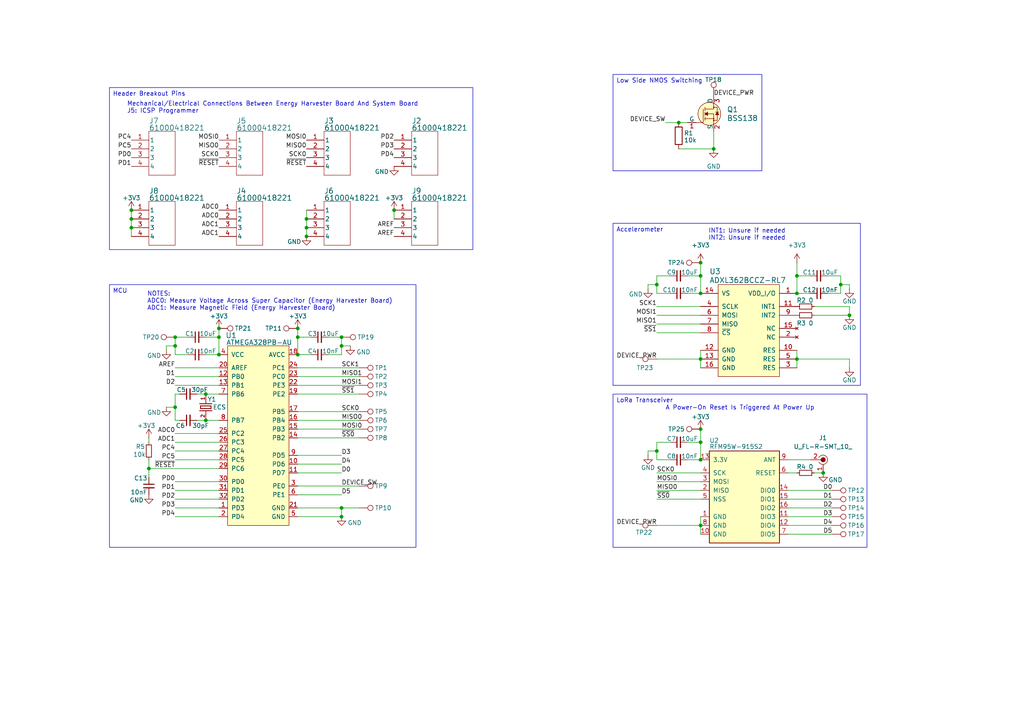
<source format=kicad_sch>
(kicad_sch (version 20231120) (generator "eeschema") (generator_version "8.0")
  (paper "A4")
  (title_block (title "Processing Board") (date "2025-03-04") (rev "V1.0") (comment 1 "Nathan Nguyen"))
  (lib_symbols
    (symbol "61000418221:61000418221" (pin_names (offset 0.254))
      (property "Reference" "J9" (at 5.08 5.588 0))
      (property "Value" "61000418221" (at 5.08 3.556 0))
      (symbol "61000418221_1_1"
        (pin power_in line (at 0 0 0) (length 5.08) (name "1") (number "1"))
        (pin power_in line (at 0 -2.54 0) (length 5.08) (name "2") (number "2"))
        (pin bidirectional line (at 0 -5.08 0) (length 5.08) (name "3") (number "3"))
        (pin bidirectional line (at 0 -7.62 0) (length 5.08) (name "4") (number "4"))
      )
      (symbol "61000418221_1_2"
        (pin unspecified line (at 0 0 0) (length 5.08) (name "1") (number "1"))
        (pin unspecified line (at 0 -2.54 0) (length 5.08) (name "2") (number "2"))
        (pin unspecified line (at 0 -5.08 0) (length 5.08) (name "3") (number "3"))
        (pin unspecified line (at 0 -7.62 0) (length 5.08) (name "4") (number "4"))
      )
    )
    (symbol "61000418221_1" (pin_names (offset 0.254))
      (property "Reference" "J6" (at 5.08 5.588 0))
      (property "Value" "61000418221" (at 5.08 3.556 0))
      (symbol "61000418221_1_1_1"
        (pin power_in line (at 0 0 0) (length 5.08) (name "1") (number "1"))
        (pin power_in line (at 0 -2.54 0) (length 5.08) (name "2") (number "2"))
        (pin power_in line (at 0 -5.08 0) (length 5.08) (name "3") (number "3"))
        (pin power_in line (at 0 -7.62 0) (length 5.08) (name "4") (number "4"))
      )
      (symbol "61000418221_1_1_2"
        (pin unspecified line (at 0 0 0) (length 5.08) (name "1") (number "1"))
        (pin unspecified line (at 0 -2.54 0) (length 5.08) (name "2") (number "2"))
        (pin unspecified line (at 0 -5.08 0) (length 5.08) (name "3") (number "3"))
        (pin unspecified line (at 0 -7.62 0) (length 5.08) (name "4") (number "4"))
      )
    )
    (symbol "61000418221_2" (pin_names (offset 0.254))
      (property "Reference" "J7" (at 5.08 5.588 0))
      (property "Value" "61000418221" (at 5.08 3.556 0))
      (symbol "61000418221_2_1_1"
        (pin bidirectional line (at 0 0 0) (length 5.08) (name "1") (number "1"))
        (pin bidirectional line (at 0 -2.54 0) (length 5.08) (name "2") (number "2"))
        (pin bidirectional line (at 0 -5.08 0) (length 5.08) (name "3") (number "3"))
        (pin bidirectional line (at 0 -7.62 0) (length 5.08) (name "4") (number "4"))
      )
      (symbol "61000418221_2_1_2"
        (pin unspecified line (at 0 0 0) (length 5.08) (name "1") (number "1"))
        (pin unspecified line (at 0 -2.54 0) (length 5.08) (name "2") (number "2"))
        (pin unspecified line (at 0 -5.08 0) (length 5.08) (name "3") (number "3"))
        (pin unspecified line (at 0 -7.62 0) (length 5.08) (name "4") (number "4"))
      )
    )
    (symbol "61000418221_3" (pin_names (offset 0.254))
      (property "Reference" "J8" (at 5.08 5.588 0))
      (property "Value" "61000418221" (at 5.08 3.556 0))
      (symbol "61000418221_3_1_1"
        (pin power_in line (at 0 0 0) (length 5.08) (name "1") (number "1"))
        (pin power_in line (at 0 -2.54 0) (length 5.08) (name "2") (number "2"))
        (pin power_in line (at 0 -5.08 0) (length 5.08) (name "3") (number "3"))
        (pin power_in line (at 0 -7.62 0) (length 5.08) (name "4") (number "4"))
      )
      (symbol "61000418221_3_1_2"
        (pin unspecified line (at 0 0 0) (length 5.08) (name "1") (number "1"))
        (pin unspecified line (at 0 -2.54 0) (length 5.08) (name "2") (number "2"))
        (pin unspecified line (at 0 -5.08 0) (length 5.08) (name "3") (number "3"))
        (pin unspecified line (at 0 -7.62 0) (length 5.08) (name "4") (number "4"))
      )
    )
    (symbol "61000418221_4" (pin_names (offset 0.254))
      (property "Reference" "J5" (at 5.08 5.588 0))
      (property "Value" "61000418221" (at 5.08 3.556 0))
      (symbol "61000418221_4_1_1"
        (pin bidirectional line (at 0 0 0) (length 5.08) (name "1") (number "1"))
        (pin bidirectional line (at 0 -2.54 0) (length 5.08) (name "2") (number "2"))
        (pin bidirectional line (at 0 -5.08 0) (length 5.08) (name "3") (number "3"))
        (pin bidirectional line (at 0 -7.62 0) (length 5.08) (name "4") (number "4"))
      )
      (symbol "61000418221_4_1_2"
        (pin unspecified line (at 0 0 0) (length 5.08) (name "1") (number "1"))
        (pin unspecified line (at 0 -2.54 0) (length 5.08) (name "2") (number "2"))
        (pin unspecified line (at 0 -5.08 0) (length 5.08) (name "3") (number "3"))
        (pin unspecified line (at 0 -7.62 0) (length 5.08) (name "4") (number "4"))
      )
    )
    (symbol "61000418221_5" (pin_names (offset 0.254))
      (property "Reference" "J4" (at 5.08 5.588 0))
      (property "Value" "61000418221" (at 5.08 3.556 0))
      (symbol "61000418221_5_1_1"
        (pin bidirectional line (at 0 0 0) (length 5.08) (name "1") (number "1"))
        (pin bidirectional line (at 0 -2.54 0) (length 5.08) (name "2") (number "2"))
        (pin bidirectional line (at 0 -5.08 0) (length 5.08) (name "3") (number "3"))
        (pin bidirectional line (at 0 -7.62 0) (length 5.08) (name "4") (number "4"))
      )
      (symbol "61000418221_5_1_2"
        (pin unspecified line (at 0 0 0) (length 5.08) (name "1") (number "1"))
        (pin unspecified line (at 0 -2.54 0) (length 5.08) (name "2") (number "2"))
        (pin unspecified line (at 0 -5.08 0) (length 5.08) (name "3") (number "3"))
        (pin unspecified line (at 0 -7.62 0) (length 5.08) (name "4") (number "4"))
      )
    )
    (symbol "61000418221_6" (pin_names (offset 0.254))
      (property "Reference" "J2" (at 5.08 5.588 0))
      (property "Value" "61000418221" (at 5.08 3.556 0))
      (symbol "61000418221_6_1_1"
        (pin bidirectional line (at 0 0 0) (length 5.08) (name "1") (number "1"))
        (pin bidirectional line (at 0 -2.54 0) (length 5.08) (name "2") (number "2"))
        (pin bidirectional line (at 0 -5.08 0) (length 5.08) (name "3") (number "3"))
        (pin power_in line (at 0 -7.62 0) (length 5.08) (name "4") (number "4"))
      )
      (symbol "61000418221_6_1_2"
        (pin unspecified line (at 0 0 0) (length 5.08) (name "1") (number "1"))
        (pin unspecified line (at 0 -2.54 0) (length 5.08) (name "2") (number "2"))
        (pin unspecified line (at 0 -5.08 0) (length 5.08) (name "3") (number "3"))
        (pin unspecified line (at 0 -7.62 0) (length 5.08) (name "4") (number "4"))
      )
    )
    (symbol "Connector:TestPoint" (pin_numbers hide) (pin_names (offset 0.762) hide)
      (property "Reference" "TP" (at 0 6.858 0))
      (property "Value" "TestPoint" (at 0 5.08 0))
      (symbol "TestPoint_1_1"
        (pin passive line (at 0 0 90) (length 2.54) (name "1") (number "1"))
      )
    )
    (symbol "Device:C_Small" (pin_numbers hide) (pin_names (offset 0.254) hide)
      (property "Reference" "C" (at 0.254 1.778 0))
      (property "Value" "C_Small" (at 0.254 -2.032 0))
      (symbol "C_Small_1_1"
        (pin passive line (at 0 2.54 270) (length 2.032) (name "~") (number "1"))
        (pin passive line (at 0 -2.54 90) (length 2.032) (name "~") (number "2"))
      )
    )
    (symbol "Device:R" (pin_numbers hide) (pin_names (offset 0))
      (property "Reference" "R" (at 2.032 0 90))
      (property "Value" "R" (at 0 0 90))
      (symbol "R_1_1"
        (pin passive line (at 0 3.81 270) (length 1.27) (name "~") (number "1"))
        (pin passive line (at 0 -3.81 90) (length 1.27) (name "~") (number "2"))
      )
    )
    (symbol "Device:R_Small" (pin_numbers hide) (pin_names (offset 0.254) hide)
      (property "Reference" "R" (at 0.762 0.508 0))
      (property "Value" "R_Small" (at 0.762 -1.016 0))
      (symbol "R_Small_1_1"
        (pin passive line (at 0 2.54 270) (length 0.762) (name "~") (number "1"))
        (pin passive line (at 0 -2.54 90) (length 0.762) (name "~") (number "2"))
      )
    )
    (symbol "ECS-160-S-4:ECS-160-S-4" (pin_names (offset 1.016))
      (property "Reference" "Y1" (at -2.286 -5.588 90))
      (property "Value" "ECS" (at 0 -5.842 90))
      (symbol "ECS-160-S-4_0_0"
        (pin passive line (at -3.81 0 0) (length 2.54) (name "~") (number "1"))
        (pin passive line (at 3.81 0 180) (length 2.54) (name "~") (number "2"))
      )
    )
    (symbol "RF_Module:RFM95W-915S2" (pin_names (offset 1.016))
      (property "Reference" "U2" (at -12.7 15.748 0))
      (property "Value" "RFM95W-915S2" (at -12.7 13.97 0))
      (symbol "RFM95W-915S2_1_1"
        (pin power_in line (at -15.24 -6.35 0) (length 2.54) (name "GND") (number "1"))
        (pin power_in line (at -15.24 -11.43 0) (length 2.54) (name "GND") (number "10"))
        (pin bidirectional line (at 10.16 -6.35 180) (length 2.54) (name "DIO3") (number "11"))
        (pin bidirectional line (at 10.16 -8.89 180) (length 2.54) (name "DIO4") (number "12"))
        (pin power_in line (at -15.24 10.16 0) (length 2.54) (name "3.3V") (number "13"))
        (pin bidirectional line (at 10.16 1.27 180) (length 2.54) (name "DIO0") (number "14"))
        (pin bidirectional line (at 10.16 -1.27 180) (length 2.54) (name "DIO1") (number "15"))
        (pin bidirectional line (at 10.16 -3.81 180) (length 2.54) (name "DIO2") (number "16"))
        (pin output line (at -15.24 1.27 0) (length 2.54) (name "MISO") (number "2"))
        (pin input line (at -15.24 3.81 0) (length 2.54) (name "MOSI") (number "3"))
        (pin input line (at -15.24 6.35 0) (length 2.54) (name "SCK") (number "4"))
        (pin input line (at -15.24 -1.27 0) (length 2.54) (name "NSS") (number "5"))
        (pin bidirectional line (at 10.16 6.35 180) (length 2.54) (name "RESET") (number "6"))
        (pin bidirectional line (at 10.16 -11.43 180) (length 2.54) (name "DIO5") (number "7"))
        (pin power_in line (at -15.24 -8.89 0) (length 2.54) (name "GND") (number "8"))
        (pin bidirectional line (at 10.16 10.16 180) (length 2.54) (name "ANT") (number "9"))
      )
    )
    (symbol "dk_Coaxial-Connectors-RF:U_FL-R-SMT_10_" (pin_names (offset 1.016))
      (property "Reference" "J1" (at 0.0634 6.35 0))
      (property "Value" "U_FL-R-SMT_10_" (at 0.0634 3.81 0))
      (symbol "U_FL-R-SMT_10__1_1"
        (pin passive line (at 0 -3.81 90) (length 2.413) (name "~") (number "1"))
        (pin passive line (at 3.81 0 180) (length 3.175) (name "~") (number "2"))
      )
    )
    (symbol "dk_Embedded-Microcontrollers:ATMEGA328PB-AU" (pin_names (offset 1.016))
      (property "Reference" "U1" (at -9.144 18.288 0))
      (property "Value" "ATMEGA328PB-AU" (at -1.016 16.256 0))
      (symbol "ATMEGA328PB-AU_1_1"
        (pin bidirectional line (at -12.7 -31.75 0) (length 2.54) (name "PD3") (number "1"))
        (pin bidirectional line (at 10.16 -19.05 180) (length 2.54) (name "PD6") (number "10"))
        (pin bidirectional line (at 10.16 -21.59 180) (length 2.54) (name "PD7") (number "11"))
        (pin bidirectional line (at -12.7 6.35 0) (length 2.54) (name "PB0") (number "12"))
        (pin bidirectional line (at -12.7 3.81 0) (length 2.54) (name "PB1") (number "13"))
        (pin bidirectional line (at 10.16 -11.43 180) (length 2.54) (name "PB2") (number "14"))
        (pin bidirectional line (at 10.16 -8.89 180) (length 2.54) (name "PB3") (number "15"))
        (pin bidirectional line (at 10.16 -6.35 180) (length 2.54) (name "PB4") (number "16"))
        (pin bidirectional line (at 10.16 -3.81 180) (length 2.54) (name "PB5") (number "17"))
        (pin power_in line (at 10.16 12.7 180) (length 2.54) (name "AVCC") (number "18"))
        (pin bidirectional line (at 10.16 1.27 180) (length 2.54) (name "PE2") (number "19"))
        (pin bidirectional line (at -12.7 -34.29 0) (length 2.54) (name "PD4") (number "2"))
        (pin input line (at -12.7 8.89 0) (length 2.54) (name "AREF") (number "20"))
        (pin power_in line (at 10.16 -31.75 180) (length 2.54) (name "GND") (number "21"))
        (pin bidirectional line (at 10.16 3.81 180) (length 2.54) (name "PE3") (number "22"))
        (pin bidirectional line (at 10.16 6.35 180) (length 2.54) (name "PC0") (number "23"))
        (pin bidirectional line (at 10.16 8.89 180) (length 2.54) (name "PC1") (number "24"))
        (pin bidirectional line (at -12.7 -10.16 0) (length 2.54) (name "PC2") (number "25"))
        (pin bidirectional line (at -12.7 -12.7 0) (length 2.54) (name "PC3") (number "26"))
        (pin bidirectional line (at -12.7 -15.24 0) (length 2.54) (name "PC4") (number "27"))
        (pin bidirectional line (at -12.7 -17.78 0) (length 2.54) (name "PC5") (number "28"))
        (pin bidirectional line (at -12.7 -20.32 0) (length 2.54) (name "PC6") (number "29"))
        (pin bidirectional line (at 10.16 -25.4 180) (length 2.54) (name "PE0") (number "3"))
        (pin bidirectional line (at -12.7 -24.13 0) (length 2.54) (name "PD0") (number "30"))
        (pin bidirectional line (at -12.7 -26.67 0) (length 2.54) (name "PD1") (number "31"))
        (pin bidirectional line (at -12.7 -29.21 0) (length 2.54) (name "PD2") (number "32"))
        (pin power_in line (at -12.7 12.7 0) (length 2.54) (name "VCC") (number "4"))
        (pin power_in line (at 10.16 -34.29 180) (length 2.54) (name "GND") (number "5"))
        (pin bidirectional line (at 10.16 -27.94 180) (length 2.54) (name "PE1") (number "6"))
        (pin bidirectional line (at -12.7 1.27 0) (length 2.54) (name "PB6") (number "7"))
        (pin bidirectional line (at -12.7 -6.35 0) (length 2.54) (name "PB7") (number "8"))
        (pin bidirectional line (at 10.16 -16.51 180) (length 2.54) (name "PD5") (number "9"))
      )
    )
    (symbol "dk_Motion-Sensors-Accelerometers:ADXL362BCCZ-RL7" (pin_names (offset 1.016))
      (property "Reference" "U3" (at -12.7 16.51 0))
      (property "Value" "ADXL362BCCZ-RL7" (at -12.7 13.97 0))
      (symbol "ADXL362BCCZ-RL7_1_1"
        (pin power_in line (at 12.7 10.16 180) (length 5.08) (name "VDD_I/O") (number "1"))
        (pin power_in line (at 12.7 -6.35 180) (length 5.08) (name "RES") (number "10"))
        (pin output line (at 12.7 6.35 180) (length 5.08) (name "INT1") (number "11"))
        (pin power_in line (at -15.24 -6.35 0) (length 5.08) (name "GND") (number "12"))
        (pin power_in line (at -15.24 -8.89 0) (length 5.08) (name "GND") (number "13"))
        (pin power_in line (at -15.24 10.16 0) (length 5.08) (name "VS") (number "14"))
        (pin no_connect line (at 12.7 0 180) (length 5.08) (name "NC") (number "15"))
        (pin power_in line (at -15.24 -11.43 0) (length 5.08) (name "GND") (number "16"))
        (pin no_connect line (at 12.7 -2.54 180) (length 5.08) (name "NC") (number "2"))
        (pin power_in line (at 12.7 -11.43 180) (length 5.08) (name "RES") (number "3"))
        (pin input line (at -15.24 6.35 0) (length 5.08) (name "SCLK") (number "4"))
        (pin power_in line (at 12.7 -8.89 180) (length 5.08) (name "RES") (number "5"))
        (pin input line (at -15.24 3.81 0) (length 5.08) (name "MOSI") (number "6"))
        (pin output line (at -15.24 1.27 0) (length 5.08) (name "MISO") (number "7"))
        (pin input line (at -15.24 -1.27 0) (length 5.08) (name "~{CS}") (number "8"))
        (pin output line (at 12.7 3.81 180) (length 5.08) (name "INT2") (number "9"))
      )
    )
    (symbol "dk_Transistors-FETs-MOSFETs-Single:BSS138" (pin_names (offset 0))
      (property "Reference" "Q" (at -2.6924 3.6322 0))
      (property "Value" "BSS138" (at 3.4544 0 90))
      (symbol "BSS138_1_1"
        (pin bidirectional line (at -7.62 -2.54 0) (length 2.54) (name "G") (number "1"))
        (pin bidirectional line (at 0 -5.08 90) (length 2.54) (name "S") (number "2"))
        (pin bidirectional line (at 0 5.08 270) (length 2.54) (name "D") (number "3"))
      )
    )
    (symbol "power:+3V3" (power) (pin_numbers hide) (pin_names (offset 0) hide)
      (property "Value" "+3V3" (at 0 3.556 0))
      (symbol "+3V3_1_1"
        (pin power_in line (at 0 0 90) (length 0) (name "~") (number "1"))
      )
    )
    (symbol "power:GND" (power) (pin_numbers hide) (pin_names (offset 0) hide)
      (property "Value" "GND" (at 0 -3.81 0))
      (symbol "GND_1_1"
        (pin power_in line (at 0 0 270) (length 0) (name "~") (number "1"))
      )
    )
  )
  (junction (at 88.9 66.04))
  (junction (at 86.36 97.79))
  (junction (at 50.8 118.11))
  (junction (at 86.36 95.25))
  (junction (at 196.85 35.56))
  (junction (at 203.2 133.35))
  (junction (at 50.8 97.79))
  (junction (at 88.9 63.5))
  (junction (at 246.38 91.44))
  (junction (at 63.5 97.79))
  (junction (at 203.2 152.4))
  (junction (at 238.76 137.16))
  (junction (at 63.5 95.25))
  (junction (at 203.2 76.2))
  (junction (at 203.2 104.14))
  (junction (at 203.2 124.46))
  (junction (at 43.18 135.89))
  (junction (at 59.69 114.3))
  (junction (at 190.5 130.81))
  (junction (at 99.06 147.32))
  (junction (at 203.2 80.01))
  (junction (at 99.06 97.79))
  (junction (at 63.5 102.87))
  (junction (at 38.1 63.5))
  (junction (at 88.9 68.58))
  (junction (at 99.06 149.86))
  (junction (at 114.3 60.96))
  (junction (at 38.1 60.96))
  (junction (at 203.2 85.09))
  (junction (at 59.69 121.92))
  (junction (at 50.8 100.33))
  (junction (at 231.14 104.14))
  (junction (at 190.5 82.55))
  (junction (at 38.1 66.04))
  (junction (at 231.14 80.01))
  (junction (at 243.84 82.55))
  (junction (at 203.2 128.27))
  (junction (at 86.36 102.87))
  (junction (at 99.06 100.33))
  (junction (at 207.01 43.18))
  (junction (at 231.14 85.09))
  (wire (pts (xy 199.39 128.27) (xy 203.2 128.27)))
  (wire (pts (xy 246.38 104.14) (xy 246.38 106.68)))
  (wire (pts (xy 86.36 124.46) (xy 104.14 124.46)))
  (wire (pts (xy 236.22 91.44) (xy 246.38 91.44)))
  (wire (pts (xy 196.85 43.18) (xy 207.01 43.18)))
  (wire (pts (xy 228.6 152.4) (xy 241.3 152.4)))
  (wire (pts (xy 190.5 139.7) (xy 203.2 139.7)))
  (wire (pts (xy 190.5 91.44) (xy 203.2 91.44)))
  (wire (pts (xy 101.6 100.33) (xy 99.06 100.33)))
  (wire (pts (xy 231.14 137.16) (xy 228.6 137.16)))
  (wire (pts (xy 43.18 138.43) (xy 43.18 135.89)))
  (wire (pts (xy 50.8 114.3) (xy 52.07 114.3)))
  (wire (pts (xy 190.5 104.14) (xy 203.2 104.14)))
  (wire (pts (xy 86.36 106.68) (xy 104.14 106.68)))
  (wire (pts (xy 228.6 144.78) (xy 241.3 144.78)))
  (wire (pts (xy 203.2 80.01) (xy 203.2 85.09)))
  (wire (pts (xy 50.8 139.7) (xy 63.5 139.7)))
  (wire (pts (xy 57.15 114.3) (xy 59.69 114.3)))
  (wire (pts (xy 190.5 128.27) (xy 190.5 130.81)))
  (wire (pts (xy 190.5 130.81) (xy 190.5 133.35)))
  (wire (pts (xy 50.8 109.22) (xy 63.5 109.22)))
  (wire (pts (xy 203.2 104.14) (xy 203.2 106.68)))
  (wire (pts (xy 50.8 149.86) (xy 63.5 149.86)))
  (wire (pts (xy 114.3 60.96) (xy 114.3 63.5)))
  (wire (pts (xy 50.8 133.35) (xy 63.5 133.35)))
  (wire (pts (xy 231.14 80.01) (xy 231.14 85.09)))
  (wire (pts (xy 246.38 104.14) (xy 231.14 104.14)))
  (wire (pts (xy 207.01 38.1) (xy 207.01 43.18)))
  (wire (pts (xy 50.8 118.11) (xy 50.8 121.92)))
  (wire (pts (xy 86.36 127) (xy 104.14 127)))
  (wire (pts (xy 246.38 88.9) (xy 246.38 91.44)))
  (wire (pts (xy 187.96 82.55) (xy 190.5 82.55)))
  (wire (pts (xy 190.5 142.24) (xy 203.2 142.24)))
  (wire (pts (xy 48.26 100.33) (xy 50.8 100.33)))
  (wire (pts (xy 86.36 143.51) (xy 99.06 143.51)))
  (wire (pts (xy 86.36 102.87) (xy 90.17 102.87)))
  (wire (pts (xy 231.14 76.2) (xy 231.14 80.01)))
  (wire (pts (xy 43.18 135.89) (xy 63.5 135.89)))
  (wire (pts (xy 187.96 130.81) (xy 187.96 132.08)))
  (wire (pts (xy 50.8 147.32) (xy 63.5 147.32)))
  (wire (pts (xy 228.6 142.24) (xy 241.3 142.24)))
  (wire (pts (xy 86.36 95.25) (xy 86.36 97.79)))
  (wire (pts (xy 86.36 109.22) (xy 104.14 109.22)))
  (wire (pts (xy 231.14 80.01) (xy 234.95 80.01)))
  (wire (pts (xy 190.5 96.52) (xy 203.2 96.52)))
  (wire (pts (xy 203.2 128.27) (xy 203.2 133.35)))
  (wire (pts (xy 50.8 128.27) (xy 63.5 128.27)))
  (wire (pts (xy 231.14 85.09) (xy 234.95 85.09)))
  (wire (pts (xy 38.1 63.5) (xy 38.1 66.04)))
  (wire (pts (xy 243.84 82.55) (xy 246.38 82.55)))
  (wire (pts (xy 86.36 137.16) (xy 99.06 137.16)))
  (wire (pts (xy 228.6 154.94) (xy 241.3 154.94)))
  (wire (pts (xy 190.5 80.01) (xy 190.5 82.55)))
  (wire (pts (xy 190.5 82.55) (xy 190.5 85.09)))
  (wire (pts (xy 50.8 118.11) (xy 48.26 118.11)))
  (wire (pts (xy 48.26 100.33) (xy 48.26 101.6)))
  (wire (pts (xy 59.69 121.92) (xy 63.5 121.92)))
  (wire (pts (xy 86.36 97.79) (xy 90.17 97.79)))
  (wire (pts (xy 50.8 114.3) (xy 50.8 118.11)))
  (wire (pts (xy 43.18 127) (xy 43.18 128.27)))
  (wire (pts (xy 86.36 132.08) (xy 99.06 132.08)))
  (wire (pts (xy 50.8 100.33) (xy 50.8 102.87)))
  (wire (pts (xy 203.2 76.2) (xy 203.2 80.01)))
  (wire (pts (xy 228.6 149.86) (xy 241.3 149.86)))
  (wire (pts (xy 63.5 97.79) (xy 63.5 102.87)))
  (wire (pts (xy 243.84 85.09) (xy 240.03 85.09)))
  (wire (pts (xy 50.8 97.79) (xy 50.8 100.33)))
  (wire (pts (xy 203.2 85.09) (xy 199.39 85.09)))
  (wire (pts (xy 88.9 63.5) (xy 88.9 66.04)))
  (wire (pts (xy 190.5 137.16) (xy 203.2 137.16)))
  (wire (pts (xy 50.8 106.68) (xy 63.5 106.68)))
  (wire (pts (xy 190.5 80.01) (xy 194.31 80.01)))
  (wire (pts (xy 193.04 35.56) (xy 196.85 35.56)))
  (wire (pts (xy 86.36 121.92) (xy 104.14 121.92)))
  (wire (pts (xy 190.5 93.98) (xy 203.2 93.98)))
  (wire (pts (xy 190.5 152.4) (xy 203.2 152.4)))
  (wire (pts (xy 199.39 80.01) (xy 203.2 80.01)))
  (wire (pts (xy 86.36 140.97) (xy 104.14 140.97)))
  (wire (pts (xy 50.8 121.92) (xy 52.07 121.92)))
  (wire (pts (xy 86.36 111.76) (xy 104.14 111.76)))
  (wire (pts (xy 190.5 88.9) (xy 203.2 88.9)))
  (wire (pts (xy 86.36 114.3) (xy 104.14 114.3)))
  (wire (pts (xy 57.15 121.92) (xy 59.69 121.92)))
  (wire (pts (xy 231.14 104.14) (xy 231.14 101.6)))
  (wire (pts (xy 63.5 95.25) (xy 63.5 97.79)))
  (wire (pts (xy 243.84 80.01) (xy 243.84 82.55)))
  (wire (pts (xy 228.6 133.35) (xy 234.95 133.35)))
  (wire (pts (xy 86.36 119.38) (xy 104.14 119.38)))
  (wire (pts (xy 50.8 97.79) (xy 54.61 97.79)))
  (wire (pts (xy 240.03 80.01) (xy 243.84 80.01)))
  (wire (pts (xy 50.8 142.24) (xy 63.5 142.24)))
  (wire (pts (xy 95.25 97.79) (xy 99.06 97.79)))
  (wire (pts (xy 86.36 97.79) (xy 86.36 102.87)))
  (wire (pts (xy 38.1 66.04) (xy 38.1 68.58)))
  (wire (pts (xy 86.36 134.62) (xy 99.06 134.62)))
  (wire (pts (xy 99.06 147.32) (xy 104.14 147.32)))
  (wire (pts (xy 63.5 102.87) (xy 59.69 102.87)))
  (wire (pts (xy 190.5 128.27) (xy 194.31 128.27)))
  (wire (pts (xy 228.6 147.32) (xy 241.3 147.32)))
  (wire (pts (xy 187.96 130.81) (xy 190.5 130.81)))
  (wire (pts (xy 50.8 102.87) (xy 54.61 102.87)))
  (wire (pts (xy 50.8 111.76) (xy 63.5 111.76)))
  (wire (pts (xy 190.5 85.09) (xy 194.31 85.09)))
  (wire (pts (xy 50.8 125.73) (xy 63.5 125.73)))
  (wire (pts (xy 190.5 144.78) (xy 203.2 144.78)))
  (wire (pts (xy 236.22 137.16) (xy 238.76 137.16)))
  (wire (pts (xy 246.38 83.82) (xy 246.38 82.55)))
  (wire (pts (xy 203.2 149.86) (xy 203.2 152.4)))
  (wire (pts (xy 187.96 82.55) (xy 187.96 83.82)))
  (wire (pts (xy 99.06 147.32) (xy 99.06 149.86)))
  (wire (pts (xy 38.1 60.96) (xy 38.1 63.5)))
  (wire (pts (xy 59.69 97.79) (xy 63.5 97.79)))
  (wire (pts (xy 86.36 147.32) (xy 99.06 147.32)))
  (wire (pts (xy 231.14 106.68) (xy 231.14 104.14)))
  (wire (pts (xy 243.84 82.55) (xy 243.84 85.09)))
  (wire (pts (xy 203.2 124.46) (xy 203.2 128.27)))
  (wire (pts (xy 99.06 102.87) (xy 95.25 102.87)))
  (wire (pts (xy 50.8 130.81) (xy 63.5 130.81)))
  (wire (pts (xy 50.8 144.78) (xy 63.5 144.78)))
  (wire (pts (xy 236.22 88.9) (xy 246.38 88.9)))
  (wire (pts (xy 203.2 133.35) (xy 199.39 133.35)))
  (wire (pts (xy 203.2 101.6) (xy 203.2 104.14)))
  (wire (pts (xy 59.69 114.3) (xy 63.5 114.3)))
  (wire (pts (xy 43.18 133.35) (xy 43.18 135.89)))
  (wire (pts (xy 196.85 35.56) (xy 199.39 35.56)))
  (wire (pts (xy 99.06 100.33) (xy 99.06 102.87)))
  (wire (pts (xy 88.9 60.96) (xy 88.9 63.5)))
  (wire (pts (xy 88.9 66.04) (xy 88.9 68.58)))
  (wire (pts (xy 203.2 152.4) (xy 203.2 154.94)))
  (wire (pts (xy 190.5 133.35) (xy 194.31 133.35)))
  (wire (pts (xy 86.36 149.86) (xy 99.06 149.86)))
  (wire (pts (xy 99.06 97.79) (xy 99.06 100.33)))
  (text_box "MCU" (at 31.75 82.55 0) (size 88.9 76.2) (effects (font (size 1.27 1.27)) (justify left top)))
  (text_box "Accelerometer\n" (at 177.8 64.77 0) (size 71.755 46.99) (effects (font (size 1.27 1.27)) (justify left top)))
  (text_box "Low Side NMOS Switching" (at 177.8 21.59 0) (size 43.18 27.94) (effects (font (size 1.27 1.27)) (justify left top)))
  (text_box "LoRa Transceiver\n" (at 177.8 114.3 0) (size 73.66 44.45) (effects (font (size 1.27 1.27)) (justify left top)))
  (text_box "Header Breakout Pins\n" (at 31.75 25.4 0) (size 105.41 46.99) (effects (font (size 1.27 1.27)) (justify left top)))
  (text "INT1: Unsure if needed\nINT2: Unsure if needed" (at 216.662 68.072 0) (effects (font (size 1.27 1.27))))
  (text "Mechanical/Electrical Connections Between Energy Harvester Board And System Board\nJ5: ICSP Programmer" (at 36.83 31.242 0) (effects (font (size 1.27 1.27)) (justify left)))
  (text "NOTES:\nADC0: Measure Voltage Across Super Capacitor (Energy Harvester Board)\nADC1: Measure Magnetic Field (Energy Harvester Board)" (at 42.672 87.376 0) (effects (font (size 1.27 1.27)) (justify left)))
  (text "A Power-On Reset Is Triggered At Power Up" (at 214.63 118.364 0) (effects (font (size 1.27 1.27))))
  (label "PD4" (at 50.8 149.86 180))
  (label "MOSI0" (at 63.5 40.64 180))
  (label "PC5" (at 50.8 133.35 180))
  (label "MOSI1" (at 190.5 91.44 180))
  (label "~{SS0}" (at 99.06 127 0))
  (label "PD3" (at 50.8 147.32 180))
  (label "~{RESET}" (at 63.5 48.26 180))
  (label "DEVICE_PWR" (at 190.5 152.4 180))
  (label "D0" (at 238.76 142.24 0))
  (label "PD0" (at 50.8 139.7 180))
  (label "D5" (at 99.06 143.51 0))
  (label "SCK0" (at 63.5 45.72 180))
  (label "MOSI0" (at 190.5 139.7 0))
  (label "~{SS1}" (at 190.5 96.52 180))
  (label "D2" (at 238.76 147.32 0))
  (label "~{RESET}" (at 50.8 135.89 180))
  (label "DEVICE_SW" (at 193.04 35.56 180))
  (label "D4" (at 99.06 134.62 0))
  (label "MISO0" (at 88.9 43.18 180))
  (label "D1" (at 238.76 144.78 0))
  (label "PD1" (at 38.1 48.26 180))
  (label "MISO0" (at 63.5 43.18 180))
  (label "SCK0" (at 99.06 119.38 0))
  (label "AREF" (at 114.3 68.58 180))
  (label "ADC0" (at 63.5 63.5 180))
  (label "MOSI1" (at 99.06 111.76 0))
  (label "D2" (at 50.8 111.76 180))
  (label "ADC0" (at 50.8 125.73 180))
  (label "~{SS1}" (at 99.06 114.3 0))
  (label "MOSI0" (at 88.9 40.64 180))
  (label "PD2" (at 114.3 40.64 180))
  (label "AREF" (at 114.3 66.04 180))
  (label "~{SS0}" (at 190.5 144.78 0))
  (label "D5" (at 238.76 154.94 0))
  (label "PC5" (at 38.1 43.18 180))
  (label "SCK1" (at 190.5 88.9 180))
  (label "PD1" (at 50.8 142.24 180))
  (label "D4" (at 238.76 152.4 0))
  (label "D3" (at 99.06 132.08 0))
  (label "MISO0" (at 99.06 121.92 0))
  (label "PD2" (at 50.8 144.78 180))
  (label "ADC1" (at 50.8 128.27 180))
  (label "MISO1" (at 190.5 93.98 180))
  (label "D0" (at 99.06 137.16 0))
  (label "PC4" (at 50.8 130.81 180))
  (label "ADC1" (at 63.5 68.58 180))
  (label "DEVICE_PWR" (at 207.01 27.94 0))
  (label "DEVICE_PWR" (at 190.5 104.14 180))
  (label "MISO1" (at 99.06 109.22 0))
  (label "AREF" (at 50.8 106.68 180))
  (label "ADC1" (at 63.5 66.04 180))
  (label "D3" (at 238.76 149.86 0))
  (label "SCK0" (at 190.5 137.16 0))
  (label "~{RESET}" (at 88.9 48.26 180))
  (label "PD4" (at 114.3 45.72 180))
  (label "DEVICE_SW" (at 99.06 140.97 0))
  (label "SCK0" (at 88.9 45.72 180))
  (label "MOSI0" (at 99.06 124.46 0))
  (label "PC4" (at 38.1 40.64 180))
  (label "ADC0" (at 63.5 60.96 180))
  (label "MISO0" (at 190.5 142.24 0))
  (label "SCK1" (at 99.06 106.68 0))
  (label "PD0" (at 38.1 45.72 180))
  (label "PD3" (at 114.3 43.18 180))
  (label "D1" (at 50.8 109.22 180))
  (symbol (lib_id "power:+3V3") (at 203.2 76.2 0) (unit 1)
    (property "Reference" "#PWR014" (effects (hide yes)))
    (property "Value" "+3V3" (at 203.2 71.12 0))
    (property "Description" "Power symbol creates a global label with name \"+3V3\"" (effects (hide yes)))
  )
  (symbol (lib_id "Connector:TestPoint") (at 50.8 97.79 90) (unit 1)
    (property "Reference" "TP20" (at 46.228 97.79 90) (effects (justify left)))
    (property "Value" "TestPoint" (effects (hide yes)))
    (property "Footprint" "TestPoint:TestPoint_Pad_D2.0mm" (effects (hide yes)))
    (property "Description" "test point" (effects (hide yes)))
  )
  (symbol (lib_id "dk_Embedded-Microcontrollers:ATMEGA328PB-AU") (at 76.2 115.57 0) (unit 1)
    (property "Reference" "U1" (at 67.056 97.282 0) (effects (font (size 1.524 1.524))))
    (property "Value" "ATMEGA328PB-AU" (at 75.184 99.314 0) (effects (font (size 1.397 1.397))))
    (property "Footprint" "digikey-footprints:TQFP-32_7x7mm" (effects (hide yes)))
    (property "Datasheet" "http://www.microchip.com/mymicrochip/filehandler.aspx?ddocname=en589666" (effects (hide yes)))
    (property "Description" "IC MCU 8BIT 32KB FLASH 32TQFP" (effects (hide yes)))
    (property "Digi-Key_PN" "ATMEGA328PB-AU-ND" (effects (hide yes)))
    (property "MPN" "ATMEGA328PB-AU" (effects (hide yes)))
    (property "Category" "Integrated Circuits (ICs)" (effects (hide yes)))
    (property "Family" "Embedded - Microcontrollers" (effects (hide yes)))
    (property "DK_Datasheet_Link" "http://www.microchip.com/mymicrochip/filehandler.aspx?ddocname=en589666" (effects (hide yes)))
    (property "DK_Detail_Page" "/product-detail/en/microchip-technology/ATMEGA328PB-AU/ATMEGA328PB-AU-ND/5638812" (effects (hide yes)))
    (property "Description_1" "IC MCU 8BIT 32KB FLASH 32TQFP" (effects (hide yes)))
    (property "Manufacturer" "Microchip Technology" (effects (hide yes)))
    (property "Status" "Active" (effects (hide yes)))
  )
  (symbol (lib_id "power:GND") (at 43.18 143.51 0) (unit 1)
    (property "Reference" "#PWR022" (effects (hide yes)))
    (property "Value" "GND" (at 39.624 145.034 0))
    (property "Description" "Power symbol creates a global label with name \"GND\" , ground" (effects (hide yes)))
  )
  (symbol (lib_id "Device:C_Small") (at 57.15 102.87 90) (unit 1)
    (property "Reference" "C2" (at 56.388 101.854 90) (effects (justify left)))
    (property "Value" "10nF" (at 62.738 101.854 90) (effects (justify left)))
    (property "Footprint" "Capacitor_SMD:C_0603_1608Metric" (effects (hide yes)))
    (property "Description" "Unpolarized capacitor, small symbol" (effects (hide yes)))
  )
  (symbol (lib_id "Connector:TestPoint") (at 203.2 124.46 90) (unit 1)
    (property "Reference" "TP25" (at 198.628 124.46 90) (effects (justify left)))
    (property "Value" "TestPoint" (effects (hide yes)))
    (property "Footprint" "TestPoint:TestPoint_Pad_D2.0mm" (effects (hide yes)))
    (property "Description" "test point" (effects (hide yes)))
  )
  (symbol (lib_id "Connector:TestPoint") (at 104.14 147.32 270) (unit 1)
    (property "Reference" "TP10" (at 108.712 147.32 90) (effects (justify left)))
    (property "Value" "TestPoint" (effects (hide yes)))
    (property "Footprint" "TestPoint:TestPoint_Pad_D2.0mm" (effects (hide yes)))
    (property "Description" "test point" (effects (hide yes)))
  )
  (symbol (lib_id "RF_Module:RFM95W-915S2") (at 218.44 143.51 0) (unit 1)
    (property "Reference" "U2" (at 205.74 127.762 0) (effects (justify left)))
    (property "Value" "RFM95W-915S2" (at 205.74 129.54 0) (effects (justify left)))
    (property "Footprint" "RF_Module:HOPERF_RFM9XW_SMD" (effects (hide yes)))
    (property "Datasheet" "https://www.hoperf.com/data/upload/portal/20181127/5bfcbea20e9ef.pdf" (effects (hide yes)))
    (property "Description" "Low power long range transceiver module, SPI and parallel interface, 915 MHz, spreading factor 6 to12, bandwidth 7.8 to 500kHz, -111 to -148 dBm, SMD-16, DIP-16" (effects (hide yes)))
  )
  (symbol (lib_id "Device:C_Small") (at 92.71 97.79 90) (unit 1)
    (property "Reference" "C3" (at 91.948 96.774 90) (effects (justify left)))
    (property "Value" "10uF" (at 98.298 96.774 90) (effects (justify left)))
    (property "Footprint" "Capacitor_SMD:C_0603_1608Metric" (effects (hide yes)))
    (property "Description" "Unpolarized capacitor, small symbol" (effects (hide yes)))
  )
  (symbol (lib_id "Connector:TestPoint") (at 104.14 114.3 270) (unit 1)
    (property "Reference" "TP4" (at 108.712 114.3 90) (effects (justify left)))
    (property "Value" "TestPoint" (effects (hide yes)))
    (property "Footprint" "TestPoint:TestPoint_Pad_D2.0mm" (effects (hide yes)))
    (property "Description" "test point" (effects (hide yes)))
  )
  (symbol (lib_name "61000418221_2") (lib_id "61000418221:61000418221") (at 38.1 40.64 0) (unit 1)
    (property "Reference" "J7" (at 43.18 35.052 0) (effects (font (size 1.524 1.524)) (justify left)))
    (property "Value" "61000418221" (at 43.18 37.084 0) (effects (font (size 1.524 1.524)) (justify left)))
    (property "Footprint" "61000418221:61000418221_WRE" (effects (hide yes)))
    (property "Datasheet" "61000418221" (effects (hide yes)))
  )
  (symbol (lib_id "power:GND") (at 246.38 83.82 0) (unit 1)
    (property "Reference" "#PWR013" (effects (hide yes)))
    (property "Value" "GND" (at 246.38 87.376 0))
    (property "Description" "Power symbol creates a global label with name \"GND\" , ground" (effects (hide yes)))
  )
  (symbol (lib_id "Connector:TestPoint") (at 190.5 104.14 90) (unit 1)
    (property "Reference" "TP23" (at 189.484 106.68 90) (effects (justify left)))
    (property "Value" "TestPoint" (effects (hide yes)))
    (property "Footprint" "TestPoint:TestPoint_Pad_D2.0mm" (effects (hide yes)))
    (property "Description" "test point" (effects (hide yes)))
  )
  (symbol (lib_id "Device:C_Small") (at 92.71 102.87 90) (unit 1)
    (property "Reference" "C4" (at 91.948 101.854 90) (effects (justify left)))
    (property "Value" "10nF" (at 98.298 101.854 90) (effects (justify left)))
    (property "Footprint" "Capacitor_SMD:C_0603_1608Metric" (effects (hide yes)))
    (property "Description" "Unpolarized capacitor, small symbol" (effects (hide yes)))
  )
  (symbol (lib_id "Connector:TestPoint") (at 241.3 142.24 270) (unit 1)
    (property "Reference" "TP12" (at 245.872 142.24 90) (effects (justify left)))
    (property "Value" "TestPoint" (effects (hide yes)))
    (property "Footprint" "TestPoint:TestPoint_Pad_D2.0mm" (effects (hide yes)))
    (property "Description" "test point" (effects (hide yes)))
  )
  (symbol (lib_id "power:GND") (at 187.96 132.08 0) (unit 1)
    (property "Reference" "#PWR04" (effects (hide yes)))
    (property "Value" "GND" (at 187.96 135.636 0))
    (property "Description" "Power symbol creates a global label with name \"GND\" , ground" (effects (hide yes)))
  )
  (symbol (lib_id "Device:R_Small") (at 43.18 130.81 0) (unit 1)
    (property "Reference" "R5" (at 39.37 129.54 0) (effects (justify left)))
    (property "Value" "10k" (at 38.608 131.826 0) (effects (justify left)))
    (property "Footprint" "Resistor_SMD:R_0603_1608Metric" (effects (hide yes)))
    (property "Description" "Resistor, small symbol" (effects (hide yes)))
  )
  (symbol (lib_id "Connector:TestPoint") (at 241.3 147.32 270) (unit 1)
    (property "Reference" "TP14" (at 245.872 147.32 90) (effects (justify left)))
    (property "Value" "TestPoint" (effects (hide yes)))
    (property "Footprint" "TestPoint:TestPoint_Pad_D2.0mm" (effects (hide yes)))
    (property "Description" "test point" (effects (hide yes)))
  )
  (symbol (lib_id "Device:R_Small") (at 233.68 137.16 90) (unit 1)
    (property "Reference" "R4" (at 232.41 135.382 90))
    (property "Value" "0" (at 235.204 135.382 90))
    (property "Footprint" "Resistor_SMD:R_0603_1608Metric" (effects (hide yes)))
    (property "Description" "Resistor, small symbol" (effects (hide yes)))
  )
  (symbol (lib_name "61000418221_6") (lib_id "61000418221:61000418221") (at 114.3 40.64 0) (unit 1)
    (property "Reference" "J2" (at 119.38 35.052 0) (effects (font (size 1.524 1.524)) (justify left)))
    (property "Value" "61000418221" (at 119.38 37.084 0) (effects (font (size 1.524 1.524)) (justify left)))
    (property "Footprint" "61000418221:61000418221_WRE" (effects (hide yes)))
    (property "Datasheet" "61000418221" (effects (hide yes)))
  )
  (symbol (lib_id "power:GND") (at 48.26 101.6 0) (unit 1)
    (property "Reference" "#PWR05" (effects (hide yes)))
    (property "Value" "GND" (at 44.704 103.124 0))
    (property "Description" "Power symbol creates a global label with name \"GND\" , ground" (effects (hide yes)))
  )
  (symbol (lib_id "Device:C_Small") (at 196.85 80.01 90) (unit 1)
    (property "Reference" "C9" (at 196.088 78.994 90) (effects (justify left)))
    (property "Value" "10uF" (at 202.438 78.994 90) (effects (justify left)))
    (property "Footprint" "Capacitor_SMD:C_0603_1608Metric" (effects (hide yes)))
    (property "Description" "Unpolarized capacitor, small symbol" (effects (hide yes)))
  )
  (symbol (lib_id "power:+3V3") (at 86.36 95.25 0) (unit 1)
    (property "Reference" "#PWR06" (effects (hide yes)))
    (property "Value" "+3V3" (at 86.36 91.694 0))
    (property "Description" "Power symbol creates a global label with name \"+3V3\"" (effects (hide yes)))
  )
  (symbol (lib_name "61000418221_5") (lib_id "61000418221:61000418221") (at 63.5 60.96 0) (unit 1)
    (property "Reference" "J4" (at 68.58 55.372 0) (effects (font (size 1.524 1.524)) (justify left)))
    (property "Value" "61000418221" (at 68.58 57.404 0) (effects (font (size 1.524 1.524)) (justify left)))
    (property "Footprint" "61000418221:61000418221_WRE" (effects (hide yes)))
    (property "Datasheet" "61000418221" (effects (hide yes)))
  )
  (symbol (lib_id "Connector:TestPoint") (at 203.2 76.2 90) (unit 1)
    (property "Reference" "TP24" (at 198.628 76.2 90) (effects (justify left)))
    (property "Value" "TestPoint" (effects (hide yes)))
    (property "Footprint" "TestPoint:TestPoint_Pad_D2.0mm" (effects (hide yes)))
    (property "Description" "test point" (effects (hide yes)))
  )
  (symbol (lib_id "Connector:TestPoint") (at 207.01 27.94 0) (unit 1)
    (property "Reference" "TP18" (at 204.47 23.114 0) (effects (justify left)))
    (property "Value" "TestPoint" (effects (hide yes)))
    (property "Footprint" "TestPoint:TestPoint_Pad_D2.0mm" (effects (hide yes)))
    (property "Description" "test point" (effects (hide yes)))
  )
  (symbol (lib_id "Device:R_Small") (at 233.68 91.44 90) (unit 1)
    (property "Reference" "R3" (at 232.41 93.726 90))
    (property "Value" "0" (at 235.204 93.726 90))
    (property "Footprint" "Resistor_SMD:R_0603_1608Metric" (effects (hide yes)))
    (property "Description" "Resistor, small symbol" (effects (hide yes)))
  )
  (symbol (lib_id "Device:C_Small") (at 196.85 128.27 90) (unit 1)
    (property "Reference" "C7" (at 196.088 127.254 90) (effects (justify left)))
    (property "Value" "10uF" (at 202.438 127.254 90) (effects (justify left)))
    (property "Footprint" "Capacitor_SMD:C_0603_1608Metric" (effects (hide yes)))
    (property "Description" "Unpolarized capacitor, small symbol" (effects (hide yes)))
  )
  (symbol (lib_id "Connector:TestPoint") (at 104.14 127 270) (unit 1)
    (property "Reference" "TP8" (at 108.712 127 90) (effects (justify left)))
    (property "Value" "TestPoint" (effects (hide yes)))
    (property "Footprint" "TestPoint:TestPoint_Pad_D2.0mm" (effects (hide yes)))
    (property "Description" "test point" (effects (hide yes)))
  )
  (symbol (lib_id "power:GND") (at 114.3 48.26 0) (unit 1)
    (property "Reference" "#PWR010" (effects (hide yes)))
    (property "Value" "GND" (at 110.744 49.784 0))
    (property "Description" "Power symbol creates a global label with name \"GND\" , ground" (effects (hide yes)))
  )
  (symbol (lib_id "Device:C_Small") (at 237.49 80.01 90) (unit 1)
    (property "Reference" "C11" (at 236.728 78.994 90) (effects (justify left)))
    (property "Value" "10uF" (at 243.078 78.994 90) (effects (justify left)))
    (property "Footprint" "Capacitor_SMD:C_0603_1608Metric" (effects (hide yes)))
    (property "Description" "Unpolarized capacitor, small symbol" (effects (hide yes)))
  )
  (symbol (lib_name "61000418221_5") (lib_id "61000418221:61000418221") (at 88.9 40.64 0) (unit 1)
    (property "Reference" "J3" (at 93.98 35.052 0) (effects (font (size 1.524 1.524)) (justify left)))
    (property "Value" "61000418221" (at 93.98 37.084 0) (effects (font (size 1.524 1.524)) (justify left)))
    (property "Footprint" "61000418221:61000418221_WRE" (effects (hide yes)))
    (property "Datasheet" "61000418221" (effects (hide yes)))
  )
  (symbol (lib_id "Connector:TestPoint") (at 104.14 121.92 270) (unit 1)
    (property "Reference" "TP6" (at 108.712 121.92 90) (effects (justify left)))
    (property "Value" "TestPoint" (effects (hide yes)))
    (property "Footprint" "TestPoint:TestPoint_Pad_D2.0mm" (effects (hide yes)))
    (property "Description" "test point" (effects (hide yes)))
  )
  (symbol (lib_id "power:GND") (at 88.9 68.58 0) (unit 1)
    (property "Reference" "#PWR011" (effects (hide yes)))
    (property "Value" "GND" (at 85.344 70.104 0))
    (property "Description" "Power symbol creates a global label with name \"GND\" , ground" (effects (hide yes)))
  )
  (symbol (lib_id "Device:C_Small") (at 196.85 133.35 90) (unit 1)
    (property "Reference" "C8" (at 196.088 132.334 90) (effects (justify left)))
    (property "Value" "10nF" (at 202.438 132.334 90) (effects (justify left)))
    (property "Footprint" "Capacitor_SMD:C_0603_1608Metric" (effects (hide yes)))
    (property "Description" "Unpolarized capacitor, small symbol" (effects (hide yes)))
  )
  (symbol (lib_id "Connector:TestPoint") (at 104.14 124.46 270) (unit 1)
    (property "Reference" "TP7" (at 108.712 124.46 90) (effects (justify left)))
    (property "Value" "TestPoint" (effects (hide yes)))
    (property "Footprint" "TestPoint:TestPoint_Pad_D2.0mm" (effects (hide yes)))
    (property "Description" "test point" (effects (hide yes)))
  )
  (symbol (lib_id "dk_Transistors-FETs-MOSFETs-Single:BSS138") (at 207.01 33.02 0) (unit 1)
    (property "Reference" "Q1" (at 210.82 31.7499 0) (effects (font (size 1.524 1.524)) (justify left)))
    (property "Value" "BSS138" (at 210.82 34.2899 0) (effects (font (size 1.524 1.524)) (justify left)))
    (property "Footprint" "BSS138:SOT-23_3L_ONS" (effects (hide yes)))
    (property "Datasheet" "https://www.onsemi.com/pub/Collateral/BSS138-D.PDF" (effects (hide yes)))
    (property "Description" "MOSFET N-CH 50V 220MA SOT-23" (effects (hide yes)))
    (property "Digi-Key_PN" "BSS138CT-ND" (effects (hide yes)))
    (property "MPN" "BSS138" (effects (hide yes)))
    (property "Category" "Discrete Semiconductor Products" (effects (hide yes)))
    (property "Family" "Transistors - FETs, MOSFETs - Single" (effects (hide yes)))
    (property "DK_Datasheet_Link" "https://www.onsemi.com/pub/Collateral/BSS138-D.PDF" (effects (hide yes)))
    (property "DK_Detail_Page" "/product-detail/en/on-semiconductor/BSS138/BSS138CT-ND/244294" (effects (hide yes)))
    (property "Description_1" "MOSFET N-CH 50V 220MA SOT-23" (effects (hide yes)))
    (property "Manufacturer" "ON Semiconductor" (effects (hide yes)))
    (property "Status" "Active" (effects (hide yes)))
  )
  (symbol (lib_name "61000418221_1") (lib_id "61000418221:61000418221") (at 88.9 60.96 0) (unit 1)
    (property "Reference" "J6" (at 93.98 55.372 0) (effects (font (size 1.524 1.524)) (justify left)))
    (property "Value" "61000418221" (at 93.98 57.404 0) (effects (font (size 1.524 1.524)) (justify left)))
    (property "Footprint" "61000418221:61000418221_WRE" (effects (hide yes)))
    (property "Datasheet" "61000418221" (effects (hide yes)))
  )
  (symbol (lib_id "power:+3V3") (at 231.14 76.2 0) (unit 1)
    (property "Reference" "#PWR015" (effects (hide yes)))
    (property "Value" "+3V3" (at 231.14 71.12 0))
    (property "Description" "Power symbol creates a global label with name \"+3V3\"" (effects (hide yes)))
  )
  (symbol (lib_id "power:GND") (at 246.38 91.44 0) (unit 1)
    (property "Reference" "#PWR017" (effects (hide yes)))
    (property "Value" "GND" (at 246.38 94.996 0))
    (property "Description" "Power symbol creates a global label with name \"GND\" , ground" (effects (hide yes)))
  )
  (symbol (lib_id "Device:R_Small") (at 233.68 88.9 90) (unit 1)
    (property "Reference" "R2" (at 232.41 87.122 90))
    (property "Value" "0" (at 235.204 87.122 90))
    (property "Footprint" "Resistor_SMD:R_0603_1608Metric" (effects (hide yes)))
    (property "Description" "Resistor, small symbol" (effects (hide yes)))
  )
  (symbol (lib_id "power:GND") (at 246.38 106.68 0) (unit 1)
    (property "Reference" "#PWR016" (effects (hide yes)))
    (property "Value" "GND" (at 246.38 110.236 0))
    (property "Description" "Power symbol creates a global label with name \"GND\" , ground" (effects (hide yes)))
  )
  (symbol (lib_id "power:GND") (at 101.6 100.33 0) (unit 1)
    (property "Reference" "#PWR08" (effects (hide yes)))
    (property "Value" "GND" (at 105.41 102.108 0))
    (property "Description" "Power symbol creates a global label with name \"GND\" , ground" (effects (hide yes)))
  )
  (symbol (lib_id "power:GND") (at 99.06 149.86 0) (unit 1)
    (property "Reference" "#PWR01" (effects (hide yes)))
    (property "Value" "GND" (at 102.87 151.638 0))
    (property "Description" "Power symbol creates a global label with name \"GND\" , ground" (effects (hide yes)))
  )
  (symbol (lib_id "Device:R") (at 196.85 39.37 0) (unit 1)
    (property "Reference" "R1" (at 198.374 38.608 0) (effects (justify left)))
    (property "Value" "10k" (at 198.374 40.64 0) (effects (justify left)))
    (property "Footprint" "Resistor_SMD:R_0603_1608Metric" (effects (hide yes)))
    (property "Description" "Resistor" (effects (hide yes)))
  )
  (symbol (lib_id "Connector:TestPoint") (at 104.14 140.97 270) (unit 1)
    (property "Reference" "TP9" (at 108.712 140.97 90) (effects (justify left)))
    (property "Value" "TestPoint" (effects (hide yes)))
    (property "Footprint" "TestPoint:TestPoint_Pad_D2.0mm" (effects (hide yes)))
    (property "Description" "test point" (effects (hide yes)))
  )
  (symbol (lib_id "ECS-160-S-4:ECS-160-S-4") (at 59.69 118.11 270) (unit 1)
    (property "Reference" "Y1" (at 60.198 115.824 90) (effects (justify left)))
    (property "Value" "ECS" (at 61.722 118.11 90) (effects (justify left)))
    (property "Footprint" "ECS_80_18_5PX_TR:CRYSTAL_ECS-80-18-5PX-TR_ECS" (effects (hide yes)))
    (property "MANUFACTURER" "ECS Inc." (effects (hide yes)))
  )
  (symbol (lib_id "Device:C_Small") (at 237.49 85.09 90) (unit 1)
    (property "Reference" "C12" (at 236.728 84.074 90) (effects (justify left)))
    (property "Value" "10nF" (at 243.078 84.074 90) (effects (justify left)))
    (property "Footprint" "Capacitor_SMD:C_0603_1608Metric" (effects (hide yes)))
    (property "Description" "Unpolarized capacitor, small symbol" (effects (hide yes)))
  )
  (symbol (lib_id "Connector:TestPoint") (at 63.5 95.25 270) (unit 1)
    (property "Reference" "TP21" (at 68.072 95.25 90) (effects (justify left)))
    (property "Value" "TestPoint" (effects (hide yes)))
    (property "Footprint" "TestPoint:TestPoint_Pad_D2.0mm" (effects (hide yes)))
    (property "Description" "test point" (effects (hide yes)))
  )
  (symbol (lib_id "Device:C_Small") (at 43.18 140.97 0) (unit 1)
    (property "Reference" "C13" (at 38.862 138.684 0) (effects (justify left)))
    (property "Value" "10nF" (at 37.846 142.748 0) (effects (justify left)))
    (property "Footprint" "Capacitor_SMD:C_0603_1608Metric" (effects (hide yes)))
    (property "Description" "Unpolarized capacitor, small symbol" (effects (hide yes)))
  )
  (symbol (lib_id "Connector:TestPoint") (at 86.36 95.25 90) (unit 1)
    (property "Reference" "TP11" (at 81.788 95.25 90) (effects (justify left)))
    (property "Value" "TestPoint" (effects (hide yes)))
    (property "Footprint" "TestPoint:TestPoint_Pad_D2.0mm" (effects (hide yes)))
    (property "Description" "test point" (effects (hide yes)))
  )
  (symbol (lib_id "power:GND") (at 207.01 43.18 0) (unit 1)
    (property "Reference" "#PWR018" (effects (hide yes)))
    (property "Value" "GND" (at 207.01 48.26 0))
    (property "Description" "Power symbol creates a global label with name \"GND\" , ground" (effects (hide yes)))
  )
  (symbol (lib_id "Device:C_Small") (at 196.85 85.09 90) (unit 1)
    (property "Reference" "C10" (at 196.088 84.074 90) (effects (justify left)))
    (property "Value" "10nF" (at 202.438 84.074 90) (effects (justify left)))
    (property "Footprint" "Capacitor_SMD:C_0603_1608Metric" (effects (hide yes)))
    (property "Description" "Unpolarized capacitor, small symbol" (effects (hide yes)))
  )
  (symbol (lib_id "power:GND") (at 48.26 118.11 0) (unit 1)
    (property "Reference" "#PWR09" (effects (hide yes)))
    (property "Value" "GND" (at 44.704 119.634 0))
    (property "Description" "Power symbol creates a global label with name \"GND\" , ground" (effects (hide yes)))
  )
  (symbol (lib_id "Connector:TestPoint") (at 99.06 97.79 270) (unit 1)
    (property "Reference" "TP19" (at 103.632 97.79 90) (effects (justify left)))
    (property "Value" "TestPoint" (effects (hide yes)))
    (property "Footprint" "TestPoint:TestPoint_Pad_D2.0mm" (effects (hide yes)))
    (property "Description" "test point" (effects (hide yes)))
  )
  (symbol (lib_id "Connector:TestPoint") (at 104.14 119.38 270) (unit 1)
    (property "Reference" "TP5" (at 108.712 119.38 90) (effects (justify left)))
    (property "Value" "TestPoint" (effects (hide yes)))
    (property "Footprint" "TestPoint:TestPoint_Pad_D2.0mm" (effects (hide yes)))
    (property "Description" "test point" (effects (hide yes)))
  )
  (symbol (lib_id "Device:C_Small") (at 54.61 121.92 90) (unit 1)
    (property "Reference" "C6" (at 52.324 123.444 90))
    (property "Value" "30pF" (at 58.166 123.444 90))
    (property "Footprint" "Capacitor_SMD:C_0603_1608Metric" (effects (hide yes)))
    (property "Description" "Unpolarized capacitor, small symbol" (effects (hide yes)))
  )
  (symbol (lib_id "Connector:TestPoint") (at 241.3 152.4 270) (unit 1)
    (property "Reference" "TP16" (at 245.872 152.4 90) (effects (justify left)))
    (property "Value" "TestPoint" (effects (hide yes)))
    (property "Footprint" "TestPoint:TestPoint_Pad_D2.0mm" (effects (hide yes)))
    (property "Description" "test point" (effects (hide yes)))
  )
  (symbol (lib_id "61000418221:61000418221") (at 114.3 60.96 0) (unit 1)
    (property "Reference" "J9" (at 119.38 55.372 0) (effects (font (size 1.524 1.524)) (justify left)))
    (property "Value" "61000418221" (at 119.38 57.404 0) (effects (font (size 1.524 1.524)) (justify left)))
    (property "Footprint" "61000418221:61000418221_WRE" (effects (hide yes)))
    (property "Datasheet" "61000418221" (effects (hide yes)))
  )
  (symbol (lib_id "Connector:TestPoint") (at 241.3 154.94 270) (unit 1)
    (property "Reference" "TP17" (at 245.872 154.94 90) (effects (justify left)))
    (property "Value" "TestPoint" (effects (hide yes)))
    (property "Footprint" "TestPoint:TestPoint_Pad_D2.0mm" (effects (hide yes)))
    (property "Description" "test point" (effects (hide yes)))
  )
  (symbol (lib_id "Connector:TestPoint") (at 104.14 109.22 270) (unit 1)
    (property "Reference" "TP2" (at 108.712 109.22 90) (effects (justify left)))
    (property "Value" "TestPoint" (effects (hide yes)))
    (property "Footprint" "TestPoint:TestPoint_Pad_D2.0mm" (effects (hide yes)))
    (property "Description" "test point" (effects (hide yes)))
  )
  (symbol (lib_id "power:GND") (at 187.96 83.82 0) (unit 1)
    (property "Reference" "#PWR07" (effects (hide yes)))
    (property "Value" "GND" (at 184.404 85.344 0))
    (property "Description" "Power symbol creates a global label with name \"GND\" , ground" (effects (hide yes)))
  )
  (symbol (lib_id "Device:C_Small") (at 57.15 97.79 90) (unit 1)
    (property "Reference" "C1" (at 56.388 96.774 90) (effects (justify left)))
    (property "Value" "10uF" (at 62.738 96.774 90) (effects (justify left)))
    (property "Footprint" "Capacitor_SMD:C_0603_1608Metric" (effects (hide yes)))
    (property "Description" "Unpolarized capacitor, small symbol" (effects (hide yes)))
  )
  (symbol (lib_id "power:+3V3") (at 38.1 60.96 0) (unit 1)
    (property "Reference" "#PWR019" (effects (hide yes)))
    (property "Value" "+3V3" (at 38.1 57.404 0))
    (property "Description" "Power symbol creates a global label with name \"+3V3\"" (effects (hide yes)))
  )
  (symbol (lib_id "power:+3V3") (at 203.2 124.46 0) (unit 1)
    (property "Reference" "#PWR012" (effects (hide yes)))
    (property "Value" "+3V3" (at 203.2 120.904 0))
    (property "Description" "Power symbol creates a global label with name \"+3V3\"" (effects (hide yes)))
  )
  (symbol (lib_id "power:+3V3") (at 114.3 60.96 0) (unit 1)
    (property "Reference" "#PWR021" (effects (hide yes)))
    (property "Value" "+3V3" (at 114.3 57.404 0))
    (property "Description" "Power symbol creates a global label with name \"+3V3\"" (effects (hide yes)))
  )
  (symbol (lib_id "Connector:TestPoint") (at 241.3 144.78 270) (unit 1)
    (property "Reference" "TP13" (at 245.872 144.78 90) (effects (justify left)))
    (property "Value" "TestPoint" (effects (hide yes)))
    (property "Footprint" "TestPoint:TestPoint_Pad_D2.0mm" (effects (hide yes)))
    (property "Description" "test point" (effects (hide yes)))
  )
  (symbol (lib_name "61000418221_4") (lib_id "61000418221:61000418221") (at 63.5 40.64 0) (unit 1)
    (property "Reference" "J5" (at 68.58 35.052 0) (effects (font (size 1.524 1.524)) (justify left)))
    (property "Value" "61000418221" (at 68.58 37.084 0) (effects (font (size 1.524 1.524)) (justify left)))
    (property "Footprint" "61000418221:61000418221_WRE" (effects (hide yes)))
    (property "Datasheet" "61000418221" (effects (hide yes)))
  )
  (symbol (lib_id "Device:C_Small") (at 54.61 114.3 90) (unit 1)
    (property "Reference" "C5" (at 52.578 113.03 90))
    (property "Value" "30pF" (at 57.912 113.03 90))
    (property "Footprint" "Capacitor_SMD:C_0603_1608Metric" (effects (hide yes)))
    (property "Description" "Unpolarized capacitor, small symbol" (effects (hide yes)))
  )
  (symbol (lib_id "power:+3V3") (at 43.18 127 0) (unit 1)
    (property "Reference" "#PWR020" (effects (hide yes)))
    (property "Value" "+3V3" (at 42.418 123.444 0))
    (property "Description" "Power symbol creates a global label with name \"+3V3\"" (effects (hide yes)))
  )
  (symbol (lib_id "dk_Coaxial-Connectors-RF:U_FL-R-SMT_10_") (at 238.76 133.35 0) (mirror y) (unit 1)
    (property "Reference" "J1" (at 238.6966 127 0))
    (property "Value" "U_FL-R-SMT_10_" (at 238.6966 129.54 0))
    (property "Footprint" "digikey-footprints:Coax_Conn_U.FL" (effects (hide yes)))
    (property "Datasheet" "https://media.digikey.com/pdf/Data%20Sheets/Hirose%20PDFs/UFL%20Series.pdf" (effects (hide yes)))
    (property "Description" "CONN U.FL RCPT STR 50 OHM SMD" (effects (hide yes)))
    (property "Digi-Key_PN" "H9161CT-ND" (effects (hide yes)))
    (property "MPN" "U.FL-R-SMT(10)" (effects (hide yes)))
    (property "Category" "Connectors, Interconnects" (effects (hide yes)))
    (property "Family" "Coaxial Connectors (RF)" (effects (hide yes)))
    (property "DK_Datasheet_Link" "https://media.digikey.com/pdf/Data%20Sheets/Hirose%20PDFs/UFL%20Series.pdf" (effects (hide yes)))
    (property "DK_Detail_Page" "/product-detail/en/hirose-electric-co-ltd/U.FL-R-SMT(10)/H9161CT-ND/2135256" (effects (hide yes)))
    (property "Description_1" "CONN U.FL RCPT STR 50 OHM SMD" (effects (hide yes)))
    (property "Manufacturer" "Hirose Electric Co Ltd" (effects (hide yes)))
    (property "Status" "Active" (effects (hide yes)))
  )
  (symbol (lib_name "61000418221_3") (lib_id "61000418221:61000418221") (at 38.1 60.96 0) (unit 1)
    (property "Reference" "J8" (at 43.18 55.372 0) (effects (font (size 1.524 1.524)) (justify left)))
    (property "Value" "61000418221" (at 43.18 57.404 0) (effects (font (size 1.524 1.524)) (justify left)))
    (property "Footprint" "61000418221:61000418221_WRE" (effects (hide yes)))
    (property "Datasheet" "61000418221" (effects (hide yes)))
  )
  (symbol (lib_id "Connector:TestPoint") (at 104.14 106.68 270) (unit 1)
    (property "Reference" "TP1" (at 108.712 106.68 90) (effects (justify left)))
    (property "Value" "TestPoint" (effects (hide yes)))
    (property "Footprint" "TestPoint:TestPoint_Pad_D2.0mm" (effects (hide yes)))
    (property "Description" "test point" (effects (hide yes)))
  )
  (symbol (lib_id "dk_Motion-Sensors-Accelerometers:ADXL362BCCZ-RL7") (at 218.44 95.25 0) (unit 1)
    (property "Reference" "U3" (at 205.74 78.74 0) (effects (font (size 1.524 1.524)) (justify left)))
    (property "Value" "ADXL362BCCZ-RL7" (at 205.74 81.28 0) (effects (font (size 1.524 1.524)) (justify left)))
    (property "Footprint" "digikey-footprints:TFLGA-16_3x3.25mm" (effects (hide yes)))
    (property "Datasheet" "https://www.analog.com/media/en/technical-documentation/data-sheets/ADXL362.pdf" (effects (hide yes)))
    (property "Description" "ACCELEROMETER 2-8G SPI 16LGA" (effects (hide yes)))
    (property "Digi-Key_PN" "ADXL362BCCZ-RL7CT-ND" (effects (hide yes)))
    (property "MPN" "ADXL362BCCZ-RL7" (effects (hide yes)))
    (property "Category" "Sensors, Transducers" (effects (hide yes)))
    (property "Family" "Motion Sensors - Accelerometers" (effects (hide yes)))
    (property "DK_Datasheet_Link" "https://www.analog.com/media/en/technical-documentation/data-sheets/ADXL362.pdf" (effects (hide yes)))
    (property "DK_Detail_Page" "/product-detail/en/analog-devices-inc/ADXL362BCCZ-RL7/ADXL362BCCZ-RL7CT-ND/3758437" (effects (hide yes)))
    (property "Description_1" "ACCELEROMETER 2-8G SPI 16LGA" (effects (hide yes)))
    (property "Manufacturer" "Analog Devices Inc." (effects (hide yes)))
    (property "Status" "Active" (effects (hide yes)))
  )
  (symbol (lib_id "power:+3V3") (at 63.5 95.25 0) (unit 1)
    (property "Reference" "#PWR02" (effects (hide yes)))
    (property "Value" "+3V3" (at 63.5 91.694 0))
    (property "Description" "Power symbol creates a global label with name \"+3V3\"" (effects (hide yes)))
  )
  (symbol (lib_id "Connector:TestPoint") (at 104.14 111.76 270) (unit 1)
    (property "Reference" "TP3" (at 108.712 111.76 90) (effects (justify left)))
    (property "Value" "TestPoint" (effects (hide yes)))
    (property "Footprint" "TestPoint:TestPoint_Pad_D2.0mm" (effects (hide yes)))
    (property "Description" "test point" (effects (hide yes)))
  )
  (symbol (lib_id "Connector:TestPoint") (at 241.3 149.86 270) (unit 1)
    (property "Reference" "TP15" (at 245.872 149.86 90) (effects (justify left)))
    (property "Value" "TestPoint" (effects (hide yes)))
    (property "Footprint" "TestPoint:TestPoint_Pad_D2.0mm" (effects (hide yes)))
    (property "Description" "test point" (effects (hide yes)))
  )
  (symbol (lib_id "power:GND") (at 238.76 137.16 0) (unit 1)
    (property "Reference" "#PWR03" (effects (hide yes)))
    (property "Value" "GND" (at 242.316 139.192 0))
    (property "Description" "Power symbol creates a global label with name \"GND\" , ground" (effects (hide yes)))
  )
  (symbol (lib_id "Connector:TestPoint") (at 190.5 152.4 90) (unit 1)
    (property "Reference" "TP22" (at 189.23 154.432 90) (effects (justify left)))
    (property "Value" "TestPoint" (effects (hide yes)))
    (property "Footprint" "TestPoint:TestPoint_Pad_D2.0mm" (effects (hide yes)))
    (property "Description" "test point" (effects (hide yes)))
  )
)
</source>
